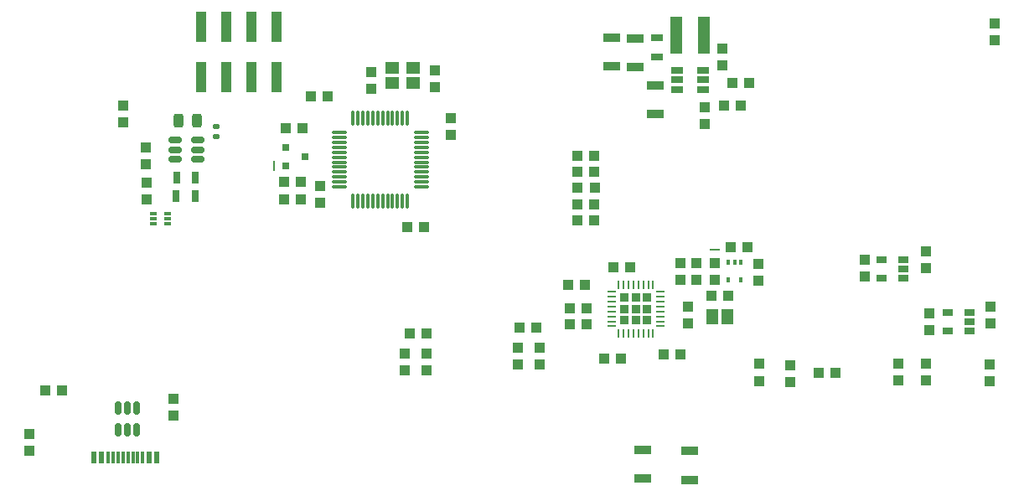
<source format=gtp>
G04 #@! TF.GenerationSoftware,KiCad,Pcbnew,9.0.3*
G04 #@! TF.CreationDate,2026-01-03T08:49:13-08:00*
G04 #@! TF.ProjectId,ir-remote,69722d72-656d-46f7-9465-2e6b69636164,rev?*
G04 #@! TF.SameCoordinates,Original*
G04 #@! TF.FileFunction,Paste,Top*
G04 #@! TF.FilePolarity,Positive*
%FSLAX46Y46*%
G04 Gerber Fmt 4.6, Leading zero omitted, Abs format (unit mm)*
G04 Created by KiCad (PCBNEW 9.0.3) date 2026-01-03 08:49:13*
%MOMM*%
%LPD*%
G01*
G04 APERTURE LIST*
G04 Aperture macros list*
%AMRoundRect*
0 Rectangle with rounded corners*
0 $1 Rounding radius*
0 $2 $3 $4 $5 $6 $7 $8 $9 X,Y pos of 4 corners*
0 Add a 4 corners polygon primitive as box body*
4,1,4,$2,$3,$4,$5,$6,$7,$8,$9,$2,$3,0*
0 Add four circle primitives for the rounded corners*
1,1,$1+$1,$2,$3*
1,1,$1+$1,$4,$5*
1,1,$1+$1,$6,$7*
1,1,$1+$1,$8,$9*
0 Add four rect primitives between the rounded corners*
20,1,$1+$1,$2,$3,$4,$5,0*
20,1,$1+$1,$4,$5,$6,$7,0*
20,1,$1+$1,$6,$7,$8,$9,0*
20,1,$1+$1,$8,$9,$2,$3,0*%
G04 Aperture macros list end*
%ADD10R,1.000000X1.000000*%
%ADD11R,0.340000X0.600000*%
%ADD12RoundRect,0.243750X0.243750X0.456250X-0.243750X0.456250X-0.243750X-0.456250X0.243750X-0.456250X0*%
%ADD13R,1.000000X3.150000*%
%ADD14R,1.700000X0.900000*%
%ADD15RoundRect,0.150000X0.150000X-0.512500X0.150000X0.512500X-0.150000X0.512500X-0.150000X-0.512500X0*%
%ADD16R,0.800100X0.800100*%
%ADD17R,1.200000X3.700000*%
%ADD18RoundRect,0.075000X-0.075000X0.662500X-0.075000X-0.662500X0.075000X-0.662500X0.075000X0.662500X0*%
%ADD19RoundRect,0.075000X-0.662500X0.075000X-0.662500X-0.075000X0.662500X-0.075000X0.662500X0.075000X0*%
%ADD20R,1.060000X0.650000*%
%ADD21R,0.500000X0.160000*%
%ADD22R,0.590000X1.150000*%
%ADD23R,0.298000X1.150000*%
%ADD24RoundRect,0.232500X-0.232500X0.232500X-0.232500X-0.232500X0.232500X-0.232500X0.232500X0.232500X0*%
%ADD25RoundRect,0.062500X-0.062500X0.375000X-0.062500X-0.375000X0.062500X-0.375000X0.062500X0.375000X0*%
%ADD26RoundRect,0.062500X-0.375000X0.062500X-0.375000X-0.062500X0.375000X-0.062500X0.375000X0.062500X0*%
%ADD27R,0.700000X1.300000*%
%ADD28R,1.168400X1.600200*%
%ADD29R,0.160000X0.500000*%
%ADD30R,1.220000X0.650000*%
%ADD31RoundRect,0.150000X-0.512500X-0.150000X0.512500X-0.150000X0.512500X0.150000X-0.512500X0.150000X0*%
%ADD32RoundRect,0.087500X0.250000X0.087500X-0.250000X0.087500X-0.250000X-0.087500X0.250000X-0.087500X0*%
%ADD33R,1.300000X0.700000*%
%ADD34RoundRect,0.147500X-0.172500X0.147500X-0.172500X-0.147500X0.172500X-0.147500X0.172500X0.147500X0*%
%ADD35R,1.400000X1.150000*%
G04 APERTURE END LIST*
D10*
G04 #@! TO.C,R18*
X23290000Y13300000D03*
X21590000Y13300000D03*
G04 #@! TD*
G04 #@! TO.C,R17*
X34520000Y10740000D03*
X34520000Y12440000D03*
G04 #@! TD*
G04 #@! TO.C,R16*
X96860120Y15861751D03*
X96860120Y14161751D03*
G04 #@! TD*
G04 #@! TO.C,C24*
X60936000Y43947500D03*
X60936000Y45647500D03*
G04 #@! TD*
G04 #@! TO.C,R13*
X110560000Y16044092D03*
X110560000Y14344092D03*
G04 #@! TD*
D11*
G04 #@! TO.C,U8*
X91880000Y26270000D03*
X91230000Y26270000D03*
X90580000Y26270000D03*
X90580000Y24470000D03*
X91880000Y24470000D03*
G04 #@! TD*
D10*
G04 #@! TO.C,C20*
X71500000Y17600000D03*
X71500000Y15900000D03*
G04 #@! TD*
G04 #@! TO.C,R3*
X75370000Y30510000D03*
X77070000Y30510000D03*
G04 #@! TD*
D12*
G04 #@! TO.C,L3*
X36890000Y40537500D03*
X35015000Y40537500D03*
G04 #@! TD*
D10*
G04 #@! TO.C,R27*
X88250000Y41910000D03*
X88250000Y40210000D03*
G04 #@! TD*
D13*
G04 #@! TO.C,J3*
X44940000Y50035000D03*
X44940000Y44985000D03*
X42400000Y50035000D03*
X42400000Y44985000D03*
X39860000Y50035000D03*
X39860000Y44985000D03*
X37320000Y50035000D03*
X37320000Y44985000D03*
G04 #@! TD*
D14*
G04 #@! TO.C,C39*
X81210000Y48832500D03*
X81210000Y45932500D03*
G04 #@! TD*
D10*
G04 #@! TO.C,R4*
X31862500Y32587500D03*
X31862500Y34287500D03*
G04 #@! TD*
G04 #@! TO.C,C9*
X78080000Y16500000D03*
X79780000Y16500000D03*
G04 #@! TD*
G04 #@! TO.C,C19*
X60120000Y17030000D03*
X60120000Y15330000D03*
G04 #@! TD*
G04 #@! TO.C,C1*
X49370000Y32240000D03*
X49370000Y33940000D03*
G04 #@! TD*
G04 #@! TO.C,C34*
X48420000Y42980000D03*
X50120000Y42980000D03*
G04 #@! TD*
G04 #@! TO.C,R26*
X92710000Y44340000D03*
X91010000Y44340000D03*
G04 #@! TD*
G04 #@! TO.C,C32*
X93680000Y24370000D03*
X93680000Y26070000D03*
G04 #@! TD*
G04 #@! TO.C,R15*
X69300000Y15940000D03*
X69300000Y17640000D03*
G04 #@! TD*
G04 #@! TO.C,R14*
X57890000Y15300000D03*
X57890000Y17000000D03*
G04 #@! TD*
G04 #@! TO.C,C2*
X117500000Y50360000D03*
X117500000Y48660000D03*
G04 #@! TD*
D15*
G04 #@! TO.C,U6*
X28927500Y9272500D03*
X29877500Y9272500D03*
X30827500Y9272500D03*
X30827500Y11547500D03*
X29877500Y11547500D03*
X28927500Y11547500D03*
G04 #@! TD*
D10*
G04 #@! TO.C,C28*
X110575000Y25620000D03*
X110575000Y27320000D03*
G04 #@! TD*
D14*
G04 #@! TO.C,C18*
X86685000Y7170000D03*
X86685000Y4270000D03*
G04 #@! TD*
D10*
G04 #@! TO.C,C25*
X54556000Y43807500D03*
X54556000Y45507500D03*
G04 #@! TD*
G04 #@! TO.C,C35*
X89990000Y46140000D03*
X89990000Y47840000D03*
G04 #@! TD*
G04 #@! TO.C,C5*
X45680000Y32570000D03*
X47380000Y32570000D03*
G04 #@! TD*
G04 #@! TO.C,R9*
X90620000Y22850000D03*
X88920000Y22850000D03*
G04 #@! TD*
G04 #@! TO.C,C13*
X84055000Y16970000D03*
X85755000Y16970000D03*
G04 #@! TD*
G04 #@! TO.C,C15*
X89200000Y24460000D03*
X89200000Y26160000D03*
G04 #@! TD*
D14*
G04 #@! TO.C,C36*
X83210000Y41210000D03*
X83210000Y44110000D03*
G04 #@! TD*
D10*
G04 #@! TO.C,C14*
X92530000Y27750000D03*
X90830000Y27750000D03*
G04 #@! TD*
G04 #@! TO.C,C8*
X76260000Y19950000D03*
X74560000Y19950000D03*
G04 #@! TD*
D16*
G04 #@! TO.C,V12*
X45850000Y37877500D03*
X45850000Y35977500D03*
X47848980Y36927500D03*
G04 #@! TD*
D10*
G04 #@! TO.C,C16*
X87390000Y24460000D03*
X87390000Y26160000D03*
G04 #@! TD*
G04 #@! TO.C,C3*
X59900000Y29820000D03*
X58200000Y29820000D03*
G04 #@! TD*
G04 #@! TO.C,C40*
X45890000Y39777500D03*
X47590000Y39777500D03*
G04 #@! TD*
G04 #@! TO.C,C30*
X110880000Y19370000D03*
X110880000Y21070000D03*
G04 #@! TD*
D17*
G04 #@! TO.C,L11*
X88120000Y49190000D03*
X85320000Y49190000D03*
G04 #@! TD*
D10*
G04 #@! TO.C,C4*
X45750000Y34360000D03*
X47450000Y34360000D03*
G04 #@! TD*
D18*
G04 #@! TO.C,U1*
X58180000Y40772500D03*
X57680000Y40772500D03*
X57180000Y40772500D03*
X56680000Y40772500D03*
X56180000Y40772500D03*
X55680000Y40772500D03*
X55180000Y40772500D03*
X54680000Y40772500D03*
X54180000Y40772500D03*
X53680000Y40772500D03*
X53180000Y40772500D03*
X52680000Y40772500D03*
D19*
X51267500Y39360000D03*
X51267500Y38860000D03*
X51267500Y38360000D03*
X51267500Y37860000D03*
X51267500Y37360000D03*
X51267500Y36860000D03*
X51267500Y36360000D03*
X51267500Y35860000D03*
X51267500Y35360000D03*
X51267500Y34860000D03*
X51267500Y34360000D03*
X51267500Y33860000D03*
D18*
X52680000Y32447500D03*
X53180000Y32447500D03*
X53680000Y32447500D03*
X54180000Y32447500D03*
X54680000Y32447500D03*
X55180000Y32447500D03*
X55680000Y32447500D03*
X56180000Y32447500D03*
X56680000Y32447500D03*
X57180000Y32447500D03*
X57680000Y32447500D03*
X58180000Y32447500D03*
D19*
X59592500Y33860000D03*
X59592500Y34360000D03*
X59592500Y34860000D03*
X59592500Y35360000D03*
X59592500Y35860000D03*
X59592500Y36360000D03*
X59592500Y36860000D03*
X59592500Y37360000D03*
X59592500Y37860000D03*
X59592500Y38360000D03*
X59592500Y38860000D03*
X59592500Y39360000D03*
G04 #@! TD*
D10*
G04 #@! TO.C,R6*
X75350000Y36980000D03*
X77050000Y36980000D03*
G04 #@! TD*
D20*
G04 #@! TO.C,U3*
X108325000Y24630000D03*
X108325000Y25580000D03*
X108325000Y26530000D03*
X106125000Y26530000D03*
X106125000Y24630000D03*
G04 #@! TD*
D10*
G04 #@! TO.C,C22*
X116990000Y15950000D03*
X116990000Y14250000D03*
G04 #@! TD*
D21*
G04 #@! TO.C,NT2*
X89490000Y27480000D03*
X88990000Y27480000D03*
G04 #@! TD*
D10*
G04 #@! TO.C,C10*
X86550000Y21770000D03*
X86550000Y20070000D03*
G04 #@! TD*
G04 #@! TO.C,R12*
X74420000Y23970000D03*
X76120000Y23970000D03*
G04 #@! TD*
D22*
G04 #@! TO.C,J4*
X26490000Y6550000D03*
X27290000Y6550000D03*
D23*
X28440000Y6550000D03*
X29440000Y6550000D03*
X29940000Y6550000D03*
X30940000Y6550000D03*
D22*
X32890000Y6550000D03*
X32090000Y6550000D03*
D23*
X31440000Y6550000D03*
X30440000Y6550000D03*
X28940000Y6550000D03*
X27940000Y6550000D03*
G04 #@! TD*
D10*
G04 #@! TO.C,C12*
X85770000Y26200000D03*
X85770000Y24500000D03*
G04 #@! TD*
G04 #@! TO.C,R11*
X71210000Y19670000D03*
X69510000Y19670000D03*
G04 #@! TD*
G04 #@! TO.C,C23*
X99700000Y15030000D03*
X101400000Y15030000D03*
G04 #@! TD*
D24*
G04 #@! TO.C,U5*
X82410000Y22672500D03*
X81260000Y22672500D03*
X80110000Y22672500D03*
X82410000Y21522500D03*
X81260000Y21522500D03*
X80110000Y21522500D03*
X82410000Y20372500D03*
X81260000Y20372500D03*
X80110000Y20372500D03*
D25*
X83010000Y23960000D03*
X82510000Y23960000D03*
X82010000Y23960000D03*
X81510000Y23960000D03*
X81010000Y23960000D03*
X80510000Y23960000D03*
X80010000Y23960000D03*
X79510000Y23960000D03*
D26*
X78822500Y23272500D03*
X78822500Y22772500D03*
X78822500Y22272500D03*
X78822500Y21772500D03*
X78822500Y21272500D03*
X78822500Y20772500D03*
X78822500Y20272500D03*
X78822500Y19772500D03*
D25*
X79510000Y19085000D03*
X80010000Y19085000D03*
X80510000Y19085000D03*
X81010000Y19085000D03*
X81510000Y19085000D03*
X82010000Y19085000D03*
X82510000Y19085000D03*
X83010000Y19085000D03*
D26*
X83697500Y19772500D03*
X83697500Y20272500D03*
X83697500Y20772500D03*
X83697500Y21272500D03*
X83697500Y21772500D03*
X83697500Y22272500D03*
X83697500Y22772500D03*
X83697500Y23272500D03*
G04 #@! TD*
D14*
G04 #@! TO.C,C17*
X81985000Y7295000D03*
X81985000Y4395000D03*
G04 #@! TD*
D27*
G04 #@! TO.C,C303*
X36780000Y34810000D03*
X34880000Y34810000D03*
G04 #@! TD*
D10*
G04 #@! TO.C,C7*
X76250000Y21550000D03*
X74550000Y21550000D03*
G04 #@! TD*
G04 #@! TO.C,C29*
X117100000Y20070000D03*
X117100000Y21770000D03*
G04 #@! TD*
D14*
G04 #@! TO.C,C37*
X78840000Y48922500D03*
X78840000Y46022500D03*
G04 #@! TD*
D10*
G04 #@! TO.C,R25*
X91830000Y42040000D03*
X90130000Y42040000D03*
G04 #@! TD*
G04 #@! TO.C,C33*
X62570000Y40840000D03*
X62570000Y39140000D03*
G04 #@! TD*
G04 #@! TO.C,C26*
X93700120Y15961751D03*
X93700120Y14261751D03*
G04 #@! TD*
G04 #@! TO.C,C21*
X107790000Y16044092D03*
X107790000Y14344092D03*
G04 #@! TD*
G04 #@! TO.C,R10*
X60090000Y19090000D03*
X58390000Y19090000D03*
G04 #@! TD*
D28*
G04 #@! TO.C,JP1*
X90512000Y20730000D03*
X88990540Y20730000D03*
G04 #@! TD*
D29*
G04 #@! TO.C,NT11*
X44720000Y36270000D03*
X44720000Y35770000D03*
G04 #@! TD*
D30*
G04 #@! TO.C,V11*
X85442850Y45620000D03*
X85442850Y44670000D03*
X85442850Y43720000D03*
X88062850Y43720000D03*
X88062850Y44670000D03*
X88062850Y45620000D03*
G04 #@! TD*
D10*
G04 #@! TO.C,C11*
X80680000Y25700000D03*
X78980000Y25700000D03*
G04 #@! TD*
G04 #@! TO.C,R8*
X75390000Y33750000D03*
X77090000Y33750000D03*
G04 #@! TD*
G04 #@! TO.C,R2*
X75370000Y32130000D03*
X77070000Y32130000D03*
G04 #@! TD*
D27*
G04 #@! TO.C,C6*
X36720000Y32900000D03*
X34820000Y32900000D03*
G04 #@! TD*
D10*
G04 #@! TO.C,C31*
X29430000Y42060000D03*
X29430000Y40360000D03*
G04 #@! TD*
D31*
G04 #@! TO.C,U112*
X34685000Y38567500D03*
X34685000Y37617500D03*
X34685000Y36667500D03*
X36960000Y36667500D03*
X36960000Y37617500D03*
X36960000Y38567500D03*
G04 #@! TD*
D10*
G04 #@! TO.C,C27*
X104425000Y24810000D03*
X104425000Y26510000D03*
G04 #@! TD*
G04 #@! TO.C,R1*
X19980000Y7220000D03*
X19980000Y8920000D03*
G04 #@! TD*
G04 #@! TO.C,R5*
X31782500Y36167500D03*
X31782500Y37867500D03*
G04 #@! TD*
D32*
G04 #@! TO.C,U7*
X33962500Y30150000D03*
X33962500Y30650000D03*
X33962500Y31150000D03*
X32537500Y31150000D03*
X32537500Y30650000D03*
X32537500Y30150000D03*
G04 #@! TD*
D33*
G04 #@! TO.C,C38*
X83420000Y48912500D03*
X83420000Y47012500D03*
G04 #@! TD*
D34*
G04 #@! TO.C,C300*
X38832500Y39952500D03*
X38832500Y38982500D03*
G04 #@! TD*
D35*
G04 #@! TO.C,X10*
X56676000Y44377500D03*
X58776000Y45877500D03*
X58776000Y44377500D03*
X56676000Y45877500D03*
G04 #@! TD*
D10*
G04 #@! TO.C,R7*
X75370000Y35380000D03*
X77070000Y35380000D03*
G04 #@! TD*
D20*
G04 #@! TO.C,U4*
X114960000Y19270000D03*
X114960000Y20220000D03*
X114960000Y21170000D03*
X112760000Y21170000D03*
X112760000Y19270000D03*
G04 #@! TD*
M02*

</source>
